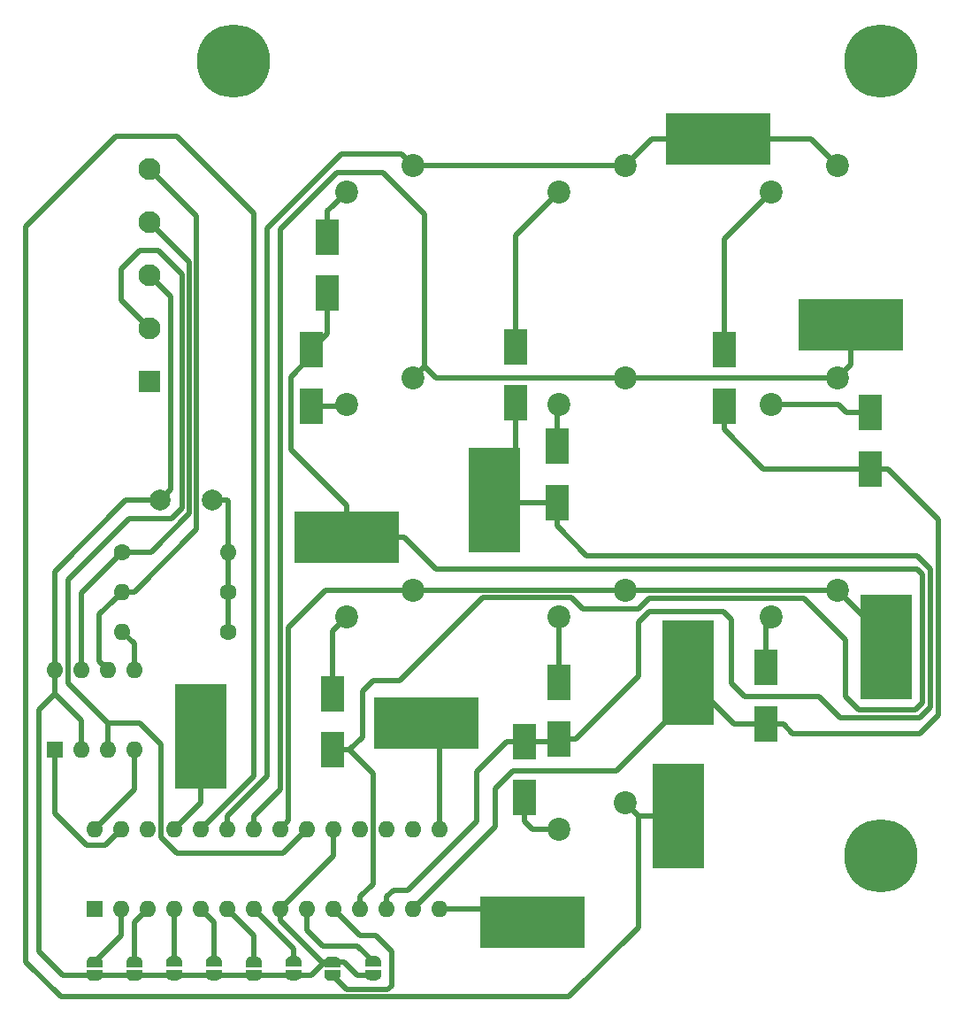
<source format=gbr>
G04 #@! TF.GenerationSoftware,KiCad,Pcbnew,(5.1.5)-3*
G04 #@! TF.CreationDate,2021-12-21T20:53:09+01:00*
G04 #@! TF.ProjectId,NummernstellpultInput,4e756d6d-6572-46e7-9374-656c6c70756c,rev?*
G04 #@! TF.SameCoordinates,Original*
G04 #@! TF.FileFunction,Copper,L2,Bot*
G04 #@! TF.FilePolarity,Positive*
%FSLAX46Y46*%
G04 Gerber Fmt 4.6, Leading zero omitted, Abs format (unit mm)*
G04 Created by KiCad (PCBNEW (5.1.5)-3) date 2021-12-21 20:53:09*
%MOMM*%
%LPD*%
G04 APERTURE LIST*
%ADD10R,2.300000X3.500000*%
%ADD11C,0.100000*%
%ADD12C,2.200000*%
%ADD13O,1.600000X1.600000*%
%ADD14R,1.600000X1.600000*%
%ADD15C,1.600000*%
%ADD16R,5.000000X10.000000*%
%ADD17R,10.000000X5.000000*%
%ADD18C,2.100000*%
%ADD19R,2.100000X2.100000*%
%ADD20C,7.000000*%
%ADD21C,2.000000*%
%ADD22C,0.500000*%
G04 APERTURE END LIST*
D10*
X237000000Y-97900000D03*
X237000000Y-92500000D03*
X247000000Y-73500000D03*
X247000000Y-68100000D03*
X233000000Y-67500000D03*
X233000000Y-62100000D03*
X213868000Y-99568000D03*
X213868000Y-104968000D03*
X217170000Y-99314000D03*
X217170000Y-93914000D03*
X217000000Y-76700000D03*
X217000000Y-71300000D03*
X213000000Y-67200000D03*
X213000000Y-61800000D03*
X195500000Y-100400000D03*
X195500000Y-95000000D03*
X193500000Y-62100000D03*
X193500000Y-67500000D03*
X195000000Y-56700000D03*
X195000000Y-51300000D03*
G04 #@! TA.AperFunction,SMDPad,CuDef*
D11*
G36*
X198640602Y-120620000D02*
G01*
X198640602Y-120595466D01*
X198645412Y-120546635D01*
X198654984Y-120498510D01*
X198669228Y-120451555D01*
X198688005Y-120406222D01*
X198711136Y-120362949D01*
X198738396Y-120322150D01*
X198769524Y-120284221D01*
X198804221Y-120249524D01*
X198842150Y-120218396D01*
X198882949Y-120191136D01*
X198926222Y-120168005D01*
X198971555Y-120149228D01*
X199018510Y-120134984D01*
X199066635Y-120125412D01*
X199115466Y-120120602D01*
X199140000Y-120120602D01*
X199140000Y-120120000D01*
X199640000Y-120120000D01*
X199640000Y-120120602D01*
X199664534Y-120120602D01*
X199713365Y-120125412D01*
X199761490Y-120134984D01*
X199808445Y-120149228D01*
X199853778Y-120168005D01*
X199897051Y-120191136D01*
X199937850Y-120218396D01*
X199975779Y-120249524D01*
X200010476Y-120284221D01*
X200041604Y-120322150D01*
X200068864Y-120362949D01*
X200091995Y-120406222D01*
X200110772Y-120451555D01*
X200125016Y-120498510D01*
X200134588Y-120546635D01*
X200139398Y-120595466D01*
X200139398Y-120620000D01*
X200140000Y-120620000D01*
X200140000Y-121120000D01*
X198640000Y-121120000D01*
X198640000Y-120620000D01*
X198640602Y-120620000D01*
G37*
G04 #@! TD.AperFunction*
G04 #@! TA.AperFunction,SMDPad,CuDef*
G36*
X200140000Y-121420000D02*
G01*
X200140000Y-121920000D01*
X200139398Y-121920000D01*
X200139398Y-121944534D01*
X200134588Y-121993365D01*
X200125016Y-122041490D01*
X200110772Y-122088445D01*
X200091995Y-122133778D01*
X200068864Y-122177051D01*
X200041604Y-122217850D01*
X200010476Y-122255779D01*
X199975779Y-122290476D01*
X199937850Y-122321604D01*
X199897051Y-122348864D01*
X199853778Y-122371995D01*
X199808445Y-122390772D01*
X199761490Y-122405016D01*
X199713365Y-122414588D01*
X199664534Y-122419398D01*
X199640000Y-122419398D01*
X199640000Y-122420000D01*
X199140000Y-122420000D01*
X199140000Y-122419398D01*
X199115466Y-122419398D01*
X199066635Y-122414588D01*
X199018510Y-122405016D01*
X198971555Y-122390772D01*
X198926222Y-122371995D01*
X198882949Y-122348864D01*
X198842150Y-122321604D01*
X198804221Y-122290476D01*
X198769524Y-122255779D01*
X198738396Y-122217850D01*
X198711136Y-122177051D01*
X198688005Y-122133778D01*
X198669228Y-122088445D01*
X198654984Y-122041490D01*
X198645412Y-121993365D01*
X198640602Y-121944534D01*
X198640602Y-121920000D01*
X198640000Y-121920000D01*
X198640000Y-121420000D01*
X200140000Y-121420000D01*
G37*
G04 #@! TD.AperFunction*
G04 #@! TA.AperFunction,SMDPad,CuDef*
G36*
X196249398Y-121950000D02*
G01*
X196249398Y-121974534D01*
X196244588Y-122023365D01*
X196235016Y-122071490D01*
X196220772Y-122118445D01*
X196201995Y-122163778D01*
X196178864Y-122207051D01*
X196151604Y-122247850D01*
X196120476Y-122285779D01*
X196085779Y-122320476D01*
X196047850Y-122351604D01*
X196007051Y-122378864D01*
X195963778Y-122401995D01*
X195918445Y-122420772D01*
X195871490Y-122435016D01*
X195823365Y-122444588D01*
X195774534Y-122449398D01*
X195750000Y-122449398D01*
X195750000Y-122450000D01*
X195250000Y-122450000D01*
X195250000Y-122449398D01*
X195225466Y-122449398D01*
X195176635Y-122444588D01*
X195128510Y-122435016D01*
X195081555Y-122420772D01*
X195036222Y-122401995D01*
X194992949Y-122378864D01*
X194952150Y-122351604D01*
X194914221Y-122320476D01*
X194879524Y-122285779D01*
X194848396Y-122247850D01*
X194821136Y-122207051D01*
X194798005Y-122163778D01*
X194779228Y-122118445D01*
X194764984Y-122071490D01*
X194755412Y-122023365D01*
X194750602Y-121974534D01*
X194750602Y-121950000D01*
X194750000Y-121950000D01*
X194750000Y-121450000D01*
X196250000Y-121450000D01*
X196250000Y-121950000D01*
X196249398Y-121950000D01*
G37*
G04 #@! TD.AperFunction*
G04 #@! TA.AperFunction,SMDPad,CuDef*
G36*
X194750000Y-121150000D02*
G01*
X194750000Y-120650000D01*
X194750602Y-120650000D01*
X194750602Y-120625466D01*
X194755412Y-120576635D01*
X194764984Y-120528510D01*
X194779228Y-120481555D01*
X194798005Y-120436222D01*
X194821136Y-120392949D01*
X194848396Y-120352150D01*
X194879524Y-120314221D01*
X194914221Y-120279524D01*
X194952150Y-120248396D01*
X194992949Y-120221136D01*
X195036222Y-120198005D01*
X195081555Y-120179228D01*
X195128510Y-120164984D01*
X195176635Y-120155412D01*
X195225466Y-120150602D01*
X195250000Y-120150602D01*
X195250000Y-120150000D01*
X195750000Y-120150000D01*
X195750000Y-120150602D01*
X195774534Y-120150602D01*
X195823365Y-120155412D01*
X195871490Y-120164984D01*
X195918445Y-120179228D01*
X195963778Y-120198005D01*
X196007051Y-120221136D01*
X196047850Y-120248396D01*
X196085779Y-120279524D01*
X196120476Y-120314221D01*
X196151604Y-120352150D01*
X196178864Y-120392949D01*
X196201995Y-120436222D01*
X196220772Y-120481555D01*
X196235016Y-120528510D01*
X196244588Y-120576635D01*
X196249398Y-120625466D01*
X196249398Y-120650000D01*
X196250000Y-120650000D01*
X196250000Y-121150000D01*
X194750000Y-121150000D01*
G37*
G04 #@! TD.AperFunction*
G04 #@! TA.AperFunction,SMDPad,CuDef*
G36*
X191020602Y-120620000D02*
G01*
X191020602Y-120595466D01*
X191025412Y-120546635D01*
X191034984Y-120498510D01*
X191049228Y-120451555D01*
X191068005Y-120406222D01*
X191091136Y-120362949D01*
X191118396Y-120322150D01*
X191149524Y-120284221D01*
X191184221Y-120249524D01*
X191222150Y-120218396D01*
X191262949Y-120191136D01*
X191306222Y-120168005D01*
X191351555Y-120149228D01*
X191398510Y-120134984D01*
X191446635Y-120125412D01*
X191495466Y-120120602D01*
X191520000Y-120120602D01*
X191520000Y-120120000D01*
X192020000Y-120120000D01*
X192020000Y-120120602D01*
X192044534Y-120120602D01*
X192093365Y-120125412D01*
X192141490Y-120134984D01*
X192188445Y-120149228D01*
X192233778Y-120168005D01*
X192277051Y-120191136D01*
X192317850Y-120218396D01*
X192355779Y-120249524D01*
X192390476Y-120284221D01*
X192421604Y-120322150D01*
X192448864Y-120362949D01*
X192471995Y-120406222D01*
X192490772Y-120451555D01*
X192505016Y-120498510D01*
X192514588Y-120546635D01*
X192519398Y-120595466D01*
X192519398Y-120620000D01*
X192520000Y-120620000D01*
X192520000Y-121120000D01*
X191020000Y-121120000D01*
X191020000Y-120620000D01*
X191020602Y-120620000D01*
G37*
G04 #@! TD.AperFunction*
G04 #@! TA.AperFunction,SMDPad,CuDef*
G36*
X192520000Y-121420000D02*
G01*
X192520000Y-121920000D01*
X192519398Y-121920000D01*
X192519398Y-121944534D01*
X192514588Y-121993365D01*
X192505016Y-122041490D01*
X192490772Y-122088445D01*
X192471995Y-122133778D01*
X192448864Y-122177051D01*
X192421604Y-122217850D01*
X192390476Y-122255779D01*
X192355779Y-122290476D01*
X192317850Y-122321604D01*
X192277051Y-122348864D01*
X192233778Y-122371995D01*
X192188445Y-122390772D01*
X192141490Y-122405016D01*
X192093365Y-122414588D01*
X192044534Y-122419398D01*
X192020000Y-122419398D01*
X192020000Y-122420000D01*
X191520000Y-122420000D01*
X191520000Y-122419398D01*
X191495466Y-122419398D01*
X191446635Y-122414588D01*
X191398510Y-122405016D01*
X191351555Y-122390772D01*
X191306222Y-122371995D01*
X191262949Y-122348864D01*
X191222150Y-122321604D01*
X191184221Y-122290476D01*
X191149524Y-122255779D01*
X191118396Y-122217850D01*
X191091136Y-122177051D01*
X191068005Y-122133778D01*
X191049228Y-122088445D01*
X191034984Y-122041490D01*
X191025412Y-121993365D01*
X191020602Y-121944534D01*
X191020602Y-121920000D01*
X191020000Y-121920000D01*
X191020000Y-121420000D01*
X192520000Y-121420000D01*
G37*
G04 #@! TD.AperFunction*
G04 #@! TA.AperFunction,SMDPad,CuDef*
G36*
X187210602Y-120650000D02*
G01*
X187210602Y-120625466D01*
X187215412Y-120576635D01*
X187224984Y-120528510D01*
X187239228Y-120481555D01*
X187258005Y-120436222D01*
X187281136Y-120392949D01*
X187308396Y-120352150D01*
X187339524Y-120314221D01*
X187374221Y-120279524D01*
X187412150Y-120248396D01*
X187452949Y-120221136D01*
X187496222Y-120198005D01*
X187541555Y-120179228D01*
X187588510Y-120164984D01*
X187636635Y-120155412D01*
X187685466Y-120150602D01*
X187710000Y-120150602D01*
X187710000Y-120150000D01*
X188210000Y-120150000D01*
X188210000Y-120150602D01*
X188234534Y-120150602D01*
X188283365Y-120155412D01*
X188331490Y-120164984D01*
X188378445Y-120179228D01*
X188423778Y-120198005D01*
X188467051Y-120221136D01*
X188507850Y-120248396D01*
X188545779Y-120279524D01*
X188580476Y-120314221D01*
X188611604Y-120352150D01*
X188638864Y-120392949D01*
X188661995Y-120436222D01*
X188680772Y-120481555D01*
X188695016Y-120528510D01*
X188704588Y-120576635D01*
X188709398Y-120625466D01*
X188709398Y-120650000D01*
X188710000Y-120650000D01*
X188710000Y-121150000D01*
X187210000Y-121150000D01*
X187210000Y-120650000D01*
X187210602Y-120650000D01*
G37*
G04 #@! TD.AperFunction*
G04 #@! TA.AperFunction,SMDPad,CuDef*
G36*
X188710000Y-121450000D02*
G01*
X188710000Y-121950000D01*
X188709398Y-121950000D01*
X188709398Y-121974534D01*
X188704588Y-122023365D01*
X188695016Y-122071490D01*
X188680772Y-122118445D01*
X188661995Y-122163778D01*
X188638864Y-122207051D01*
X188611604Y-122247850D01*
X188580476Y-122285779D01*
X188545779Y-122320476D01*
X188507850Y-122351604D01*
X188467051Y-122378864D01*
X188423778Y-122401995D01*
X188378445Y-122420772D01*
X188331490Y-122435016D01*
X188283365Y-122444588D01*
X188234534Y-122449398D01*
X188210000Y-122449398D01*
X188210000Y-122450000D01*
X187710000Y-122450000D01*
X187710000Y-122449398D01*
X187685466Y-122449398D01*
X187636635Y-122444588D01*
X187588510Y-122435016D01*
X187541555Y-122420772D01*
X187496222Y-122401995D01*
X187452949Y-122378864D01*
X187412150Y-122351604D01*
X187374221Y-122320476D01*
X187339524Y-122285779D01*
X187308396Y-122247850D01*
X187281136Y-122207051D01*
X187258005Y-122163778D01*
X187239228Y-122118445D01*
X187224984Y-122071490D01*
X187215412Y-122023365D01*
X187210602Y-121974534D01*
X187210602Y-121950000D01*
X187210000Y-121950000D01*
X187210000Y-121450000D01*
X188710000Y-121450000D01*
G37*
G04 #@! TD.AperFunction*
G04 #@! TA.AperFunction,SMDPad,CuDef*
G36*
X183400602Y-120620000D02*
G01*
X183400602Y-120595466D01*
X183405412Y-120546635D01*
X183414984Y-120498510D01*
X183429228Y-120451555D01*
X183448005Y-120406222D01*
X183471136Y-120362949D01*
X183498396Y-120322150D01*
X183529524Y-120284221D01*
X183564221Y-120249524D01*
X183602150Y-120218396D01*
X183642949Y-120191136D01*
X183686222Y-120168005D01*
X183731555Y-120149228D01*
X183778510Y-120134984D01*
X183826635Y-120125412D01*
X183875466Y-120120602D01*
X183900000Y-120120602D01*
X183900000Y-120120000D01*
X184400000Y-120120000D01*
X184400000Y-120120602D01*
X184424534Y-120120602D01*
X184473365Y-120125412D01*
X184521490Y-120134984D01*
X184568445Y-120149228D01*
X184613778Y-120168005D01*
X184657051Y-120191136D01*
X184697850Y-120218396D01*
X184735779Y-120249524D01*
X184770476Y-120284221D01*
X184801604Y-120322150D01*
X184828864Y-120362949D01*
X184851995Y-120406222D01*
X184870772Y-120451555D01*
X184885016Y-120498510D01*
X184894588Y-120546635D01*
X184899398Y-120595466D01*
X184899398Y-120620000D01*
X184900000Y-120620000D01*
X184900000Y-121120000D01*
X183400000Y-121120000D01*
X183400000Y-120620000D01*
X183400602Y-120620000D01*
G37*
G04 #@! TD.AperFunction*
G04 #@! TA.AperFunction,SMDPad,CuDef*
G36*
X184900000Y-121420000D02*
G01*
X184900000Y-121920000D01*
X184899398Y-121920000D01*
X184899398Y-121944534D01*
X184894588Y-121993365D01*
X184885016Y-122041490D01*
X184870772Y-122088445D01*
X184851995Y-122133778D01*
X184828864Y-122177051D01*
X184801604Y-122217850D01*
X184770476Y-122255779D01*
X184735779Y-122290476D01*
X184697850Y-122321604D01*
X184657051Y-122348864D01*
X184613778Y-122371995D01*
X184568445Y-122390772D01*
X184521490Y-122405016D01*
X184473365Y-122414588D01*
X184424534Y-122419398D01*
X184400000Y-122419398D01*
X184400000Y-122420000D01*
X183900000Y-122420000D01*
X183900000Y-122419398D01*
X183875466Y-122419398D01*
X183826635Y-122414588D01*
X183778510Y-122405016D01*
X183731555Y-122390772D01*
X183686222Y-122371995D01*
X183642949Y-122348864D01*
X183602150Y-122321604D01*
X183564221Y-122290476D01*
X183529524Y-122255779D01*
X183498396Y-122217850D01*
X183471136Y-122177051D01*
X183448005Y-122133778D01*
X183429228Y-122088445D01*
X183414984Y-122041490D01*
X183405412Y-121993365D01*
X183400602Y-121944534D01*
X183400602Y-121920000D01*
X183400000Y-121920000D01*
X183400000Y-121420000D01*
X184900000Y-121420000D01*
G37*
G04 #@! TD.AperFunction*
G04 #@! TA.AperFunction,SMDPad,CuDef*
G36*
X179590602Y-120620000D02*
G01*
X179590602Y-120595466D01*
X179595412Y-120546635D01*
X179604984Y-120498510D01*
X179619228Y-120451555D01*
X179638005Y-120406222D01*
X179661136Y-120362949D01*
X179688396Y-120322150D01*
X179719524Y-120284221D01*
X179754221Y-120249524D01*
X179792150Y-120218396D01*
X179832949Y-120191136D01*
X179876222Y-120168005D01*
X179921555Y-120149228D01*
X179968510Y-120134984D01*
X180016635Y-120125412D01*
X180065466Y-120120602D01*
X180090000Y-120120602D01*
X180090000Y-120120000D01*
X180590000Y-120120000D01*
X180590000Y-120120602D01*
X180614534Y-120120602D01*
X180663365Y-120125412D01*
X180711490Y-120134984D01*
X180758445Y-120149228D01*
X180803778Y-120168005D01*
X180847051Y-120191136D01*
X180887850Y-120218396D01*
X180925779Y-120249524D01*
X180960476Y-120284221D01*
X180991604Y-120322150D01*
X181018864Y-120362949D01*
X181041995Y-120406222D01*
X181060772Y-120451555D01*
X181075016Y-120498510D01*
X181084588Y-120546635D01*
X181089398Y-120595466D01*
X181089398Y-120620000D01*
X181090000Y-120620000D01*
X181090000Y-121120000D01*
X179590000Y-121120000D01*
X179590000Y-120620000D01*
X179590602Y-120620000D01*
G37*
G04 #@! TD.AperFunction*
G04 #@! TA.AperFunction,SMDPad,CuDef*
G36*
X181090000Y-121420000D02*
G01*
X181090000Y-121920000D01*
X181089398Y-121920000D01*
X181089398Y-121944534D01*
X181084588Y-121993365D01*
X181075016Y-122041490D01*
X181060772Y-122088445D01*
X181041995Y-122133778D01*
X181018864Y-122177051D01*
X180991604Y-122217850D01*
X180960476Y-122255779D01*
X180925779Y-122290476D01*
X180887850Y-122321604D01*
X180847051Y-122348864D01*
X180803778Y-122371995D01*
X180758445Y-122390772D01*
X180711490Y-122405016D01*
X180663365Y-122414588D01*
X180614534Y-122419398D01*
X180590000Y-122419398D01*
X180590000Y-122420000D01*
X180090000Y-122420000D01*
X180090000Y-122419398D01*
X180065466Y-122419398D01*
X180016635Y-122414588D01*
X179968510Y-122405016D01*
X179921555Y-122390772D01*
X179876222Y-122371995D01*
X179832949Y-122348864D01*
X179792150Y-122321604D01*
X179754221Y-122290476D01*
X179719524Y-122255779D01*
X179688396Y-122217850D01*
X179661136Y-122177051D01*
X179638005Y-122133778D01*
X179619228Y-122088445D01*
X179604984Y-122041490D01*
X179595412Y-121993365D01*
X179590602Y-121944534D01*
X179590602Y-121920000D01*
X179590000Y-121920000D01*
X179590000Y-121420000D01*
X181090000Y-121420000D01*
G37*
G04 #@! TD.AperFunction*
G04 #@! TA.AperFunction,SMDPad,CuDef*
G36*
X175780602Y-120650000D02*
G01*
X175780602Y-120625466D01*
X175785412Y-120576635D01*
X175794984Y-120528510D01*
X175809228Y-120481555D01*
X175828005Y-120436222D01*
X175851136Y-120392949D01*
X175878396Y-120352150D01*
X175909524Y-120314221D01*
X175944221Y-120279524D01*
X175982150Y-120248396D01*
X176022949Y-120221136D01*
X176066222Y-120198005D01*
X176111555Y-120179228D01*
X176158510Y-120164984D01*
X176206635Y-120155412D01*
X176255466Y-120150602D01*
X176280000Y-120150602D01*
X176280000Y-120150000D01*
X176780000Y-120150000D01*
X176780000Y-120150602D01*
X176804534Y-120150602D01*
X176853365Y-120155412D01*
X176901490Y-120164984D01*
X176948445Y-120179228D01*
X176993778Y-120198005D01*
X177037051Y-120221136D01*
X177077850Y-120248396D01*
X177115779Y-120279524D01*
X177150476Y-120314221D01*
X177181604Y-120352150D01*
X177208864Y-120392949D01*
X177231995Y-120436222D01*
X177250772Y-120481555D01*
X177265016Y-120528510D01*
X177274588Y-120576635D01*
X177279398Y-120625466D01*
X177279398Y-120650000D01*
X177280000Y-120650000D01*
X177280000Y-121150000D01*
X175780000Y-121150000D01*
X175780000Y-120650000D01*
X175780602Y-120650000D01*
G37*
G04 #@! TD.AperFunction*
G04 #@! TA.AperFunction,SMDPad,CuDef*
G36*
X177280000Y-121450000D02*
G01*
X177280000Y-121950000D01*
X177279398Y-121950000D01*
X177279398Y-121974534D01*
X177274588Y-122023365D01*
X177265016Y-122071490D01*
X177250772Y-122118445D01*
X177231995Y-122163778D01*
X177208864Y-122207051D01*
X177181604Y-122247850D01*
X177150476Y-122285779D01*
X177115779Y-122320476D01*
X177077850Y-122351604D01*
X177037051Y-122378864D01*
X176993778Y-122401995D01*
X176948445Y-122420772D01*
X176901490Y-122435016D01*
X176853365Y-122444588D01*
X176804534Y-122449398D01*
X176780000Y-122449398D01*
X176780000Y-122450000D01*
X176280000Y-122450000D01*
X176280000Y-122449398D01*
X176255466Y-122449398D01*
X176206635Y-122444588D01*
X176158510Y-122435016D01*
X176111555Y-122420772D01*
X176066222Y-122401995D01*
X176022949Y-122378864D01*
X175982150Y-122351604D01*
X175944221Y-122320476D01*
X175909524Y-122285779D01*
X175878396Y-122247850D01*
X175851136Y-122207051D01*
X175828005Y-122163778D01*
X175809228Y-122118445D01*
X175794984Y-122071490D01*
X175785412Y-122023365D01*
X175780602Y-121974534D01*
X175780602Y-121950000D01*
X175780000Y-121950000D01*
X175780000Y-121450000D01*
X177280000Y-121450000D01*
G37*
G04 #@! TD.AperFunction*
G04 #@! TA.AperFunction,SMDPad,CuDef*
G36*
X171970602Y-120650000D02*
G01*
X171970602Y-120625466D01*
X171975412Y-120576635D01*
X171984984Y-120528510D01*
X171999228Y-120481555D01*
X172018005Y-120436222D01*
X172041136Y-120392949D01*
X172068396Y-120352150D01*
X172099524Y-120314221D01*
X172134221Y-120279524D01*
X172172150Y-120248396D01*
X172212949Y-120221136D01*
X172256222Y-120198005D01*
X172301555Y-120179228D01*
X172348510Y-120164984D01*
X172396635Y-120155412D01*
X172445466Y-120150602D01*
X172470000Y-120150602D01*
X172470000Y-120150000D01*
X172970000Y-120150000D01*
X172970000Y-120150602D01*
X172994534Y-120150602D01*
X173043365Y-120155412D01*
X173091490Y-120164984D01*
X173138445Y-120179228D01*
X173183778Y-120198005D01*
X173227051Y-120221136D01*
X173267850Y-120248396D01*
X173305779Y-120279524D01*
X173340476Y-120314221D01*
X173371604Y-120352150D01*
X173398864Y-120392949D01*
X173421995Y-120436222D01*
X173440772Y-120481555D01*
X173455016Y-120528510D01*
X173464588Y-120576635D01*
X173469398Y-120625466D01*
X173469398Y-120650000D01*
X173470000Y-120650000D01*
X173470000Y-121150000D01*
X171970000Y-121150000D01*
X171970000Y-120650000D01*
X171970602Y-120650000D01*
G37*
G04 #@! TD.AperFunction*
G04 #@! TA.AperFunction,SMDPad,CuDef*
G36*
X173470000Y-121450000D02*
G01*
X173470000Y-121950000D01*
X173469398Y-121950000D01*
X173469398Y-121974534D01*
X173464588Y-122023365D01*
X173455016Y-122071490D01*
X173440772Y-122118445D01*
X173421995Y-122163778D01*
X173398864Y-122207051D01*
X173371604Y-122247850D01*
X173340476Y-122285779D01*
X173305779Y-122320476D01*
X173267850Y-122351604D01*
X173227051Y-122378864D01*
X173183778Y-122401995D01*
X173138445Y-122420772D01*
X173091490Y-122435016D01*
X173043365Y-122444588D01*
X172994534Y-122449398D01*
X172970000Y-122449398D01*
X172970000Y-122450000D01*
X172470000Y-122450000D01*
X172470000Y-122449398D01*
X172445466Y-122449398D01*
X172396635Y-122444588D01*
X172348510Y-122435016D01*
X172301555Y-122420772D01*
X172256222Y-122401995D01*
X172212949Y-122378864D01*
X172172150Y-122351604D01*
X172134221Y-122320476D01*
X172099524Y-122285779D01*
X172068396Y-122247850D01*
X172041136Y-122207051D01*
X172018005Y-122163778D01*
X171999228Y-122118445D01*
X171984984Y-122071490D01*
X171975412Y-122023365D01*
X171970602Y-121974534D01*
X171970602Y-121950000D01*
X171970000Y-121950000D01*
X171970000Y-121450000D01*
X173470000Y-121450000D01*
G37*
G04 #@! TD.AperFunction*
D12*
X237490000Y-87630000D03*
X243840000Y-85090000D03*
X217170000Y-87630000D03*
X223520000Y-85090000D03*
X196850000Y-87630000D03*
X203200000Y-85090000D03*
X237490000Y-67310000D03*
X243840000Y-64770000D03*
X217170000Y-67310000D03*
X223520000Y-64770000D03*
X196850000Y-67310000D03*
X203200000Y-64770000D03*
X237490000Y-46990000D03*
X243840000Y-44450000D03*
X217170000Y-46990000D03*
X223520000Y-44450000D03*
X196850000Y-46990000D03*
X203200000Y-44450000D03*
X217170000Y-107950000D03*
X223520000Y-105410000D03*
D13*
X172720000Y-107950000D03*
X205740000Y-115570000D03*
X175260000Y-107950000D03*
X203200000Y-115570000D03*
X177800000Y-107950000D03*
X200660000Y-115570000D03*
X180340000Y-107950000D03*
X198120000Y-115570000D03*
X182880000Y-107950000D03*
X195580000Y-115570000D03*
X185420000Y-107950000D03*
X193040000Y-115570000D03*
X187960000Y-107950000D03*
X190500000Y-115570000D03*
X190500000Y-107950000D03*
X187960000Y-115570000D03*
X193040000Y-107950000D03*
X185420000Y-115570000D03*
X195580000Y-107950000D03*
X182880000Y-115570000D03*
X198120000Y-107950000D03*
X180340000Y-115570000D03*
X200660000Y-107950000D03*
X177800000Y-115570000D03*
X203200000Y-107950000D03*
X175260000Y-115570000D03*
X205740000Y-107950000D03*
D14*
X172720000Y-115570000D03*
D13*
X168910000Y-92710000D03*
X176530000Y-100330000D03*
X171450000Y-92710000D03*
X173990000Y-100330000D03*
X173990000Y-92710000D03*
X171450000Y-100330000D03*
X176530000Y-92710000D03*
D14*
X168910000Y-100330000D03*
D13*
X175370000Y-89070000D03*
D15*
X185530000Y-89070000D03*
D13*
X185530000Y-81450000D03*
D15*
X175370000Y-81450000D03*
D13*
X175370000Y-85260000D03*
D15*
X185530000Y-85260000D03*
D16*
X182880000Y-99060000D03*
X228600000Y-106680000D03*
X248500000Y-90500000D03*
D17*
X245110000Y-59690000D03*
X232410000Y-41910000D03*
D18*
X178000000Y-44840000D03*
X178000000Y-49920000D03*
X178000000Y-55000000D03*
X178000000Y-60080000D03*
D19*
X178000000Y-65160000D03*
D20*
X186000000Y-34500000D03*
X248000000Y-34500000D03*
X248000000Y-110490000D03*
D17*
X204470000Y-97790000D03*
X214630000Y-116840000D03*
D16*
X229500000Y-93000000D03*
X211000000Y-76500000D03*
D17*
X196850000Y-80010000D03*
D21*
X184000000Y-76500000D03*
X179000000Y-76500000D03*
D22*
X185530000Y-89070000D02*
X185530000Y-81450000D01*
X185530000Y-80318630D02*
X185530000Y-81450000D01*
X185530000Y-76615787D02*
X185530000Y-80318630D01*
X185414213Y-76500000D02*
X185530000Y-76615787D01*
X184000000Y-76500000D02*
X185414213Y-76500000D01*
X199360000Y-121950000D02*
X199390000Y-121920000D01*
X172720000Y-121950000D02*
X193450000Y-121950000D01*
X179999999Y-75500001D02*
X179000000Y-76500000D01*
X179999999Y-56999999D02*
X179999999Y-75500001D01*
X178000000Y-55000000D02*
X179999999Y-56999999D01*
X195580000Y-110490000D02*
X195580000Y-107950000D01*
X190500000Y-115570000D02*
X195580000Y-110490000D01*
X194750000Y-120650000D02*
X195500000Y-120650000D01*
X193450000Y-121950000D02*
X194750000Y-120650000D01*
X195500000Y-120650000D02*
X196596000Y-120650000D01*
X197866000Y-121920000D02*
X199390000Y-121920000D01*
X196596000Y-120650000D02*
X197866000Y-121920000D01*
X195500000Y-120650000D02*
X194448630Y-120650000D01*
X190500000Y-116701370D02*
X190500000Y-115570000D01*
X194448630Y-120650000D02*
X190500000Y-116701370D01*
X168910000Y-92710000D02*
X168910000Y-94996000D01*
X171450000Y-97536000D02*
X171450000Y-100330000D01*
X168910000Y-94996000D02*
X171450000Y-97536000D01*
X169702000Y-121950000D02*
X172720000Y-121950000D01*
X167386000Y-119634000D02*
X169702000Y-121950000D01*
X168910000Y-94996000D02*
X167386000Y-96520000D01*
X167386000Y-96520000D02*
X167386000Y-119634000D01*
X168910000Y-83312000D02*
X168910000Y-85175787D01*
X168910000Y-85175787D02*
X168910000Y-92710000D01*
X179000000Y-76500000D02*
X175722000Y-76500000D01*
X175722000Y-76500000D02*
X168910000Y-83312000D01*
X175260000Y-118110000D02*
X175260000Y-115570000D01*
X172720000Y-120650000D02*
X175260000Y-118110000D01*
X176530000Y-116840000D02*
X177800000Y-115570000D01*
X176530000Y-120650000D02*
X176530000Y-116840000D01*
X180340000Y-120620000D02*
X180340000Y-115570000D01*
X184150000Y-116840000D02*
X182880000Y-115570000D01*
X184150000Y-120620000D02*
X184150000Y-116840000D01*
X187960000Y-118110000D02*
X185420000Y-115570000D01*
X187960000Y-120650000D02*
X187960000Y-118110000D01*
X191770000Y-119380000D02*
X187960000Y-115570000D01*
X191770000Y-120620000D02*
X191770000Y-119380000D01*
X198120000Y-118110000D02*
X195580000Y-115570000D01*
X199644000Y-118110000D02*
X198120000Y-118110000D01*
X196874980Y-123324980D02*
X200779020Y-123324980D01*
X195500000Y-121950000D02*
X196874980Y-123324980D01*
X200779020Y-123324980D02*
X201168000Y-122936000D01*
X201168000Y-122936000D02*
X201168000Y-119634000D01*
X201168000Y-119634000D02*
X199644000Y-118110000D01*
X193040000Y-117602000D02*
X193040000Y-115570000D01*
X194564000Y-119126000D02*
X193040000Y-117602000D01*
X199390000Y-120620000D02*
X197896000Y-119126000D01*
X197896000Y-119126000D02*
X194564000Y-119126000D01*
X195000000Y-60600000D02*
X193500000Y-62100000D01*
X195000000Y-56700000D02*
X195000000Y-60600000D01*
X199370001Y-102620001D02*
X197150000Y-100400000D01*
X199370001Y-113188629D02*
X199370001Y-102620001D01*
X198120000Y-114438630D02*
X199370001Y-113188629D01*
X197150000Y-100400000D02*
X195500000Y-100400000D01*
X198120000Y-115570000D02*
X198120000Y-114438630D01*
X193500000Y-62700000D02*
X191516000Y-64684000D01*
X193500000Y-62100000D02*
X193500000Y-62700000D01*
X196850000Y-77010000D02*
X196850000Y-80010000D01*
X191516000Y-71676000D02*
X196850000Y-77010000D01*
X191516000Y-64684000D02*
X191516000Y-71676000D01*
X198374000Y-99176000D02*
X197150000Y-100400000D01*
X199390000Y-93726000D02*
X198374000Y-94742000D01*
X201930000Y-93726000D02*
X199390000Y-93726000D01*
X209865990Y-85790010D02*
X201930000Y-93726000D01*
X219456000Y-86868000D02*
X218378010Y-85790010D01*
X224790000Y-86868000D02*
X219456000Y-86868000D01*
X225806000Y-85852000D02*
X224790000Y-86868000D01*
X205398000Y-83058000D02*
X251460000Y-83058000D01*
X218378010Y-85790010D02*
X209865990Y-85790010D01*
X196850000Y-80010000D02*
X202350000Y-80010000D01*
X251303943Y-96520000D02*
X245872000Y-96520000D01*
X202350000Y-80010000D02*
X205398000Y-83058000D01*
X198374000Y-94742000D02*
X198374000Y-99176000D01*
X251968000Y-95855943D02*
X251303943Y-96520000D01*
X251460000Y-83058000D02*
X251968000Y-83566000D01*
X245872000Y-96520000D02*
X244602000Y-95250000D01*
X251968000Y-83566000D02*
X251968000Y-95855943D01*
X244602000Y-95250000D02*
X244602000Y-89845998D01*
X244602000Y-89845998D02*
X240608002Y-85852000D01*
X240608002Y-85852000D02*
X225806000Y-85852000D01*
X213000000Y-74500000D02*
X211000000Y-76500000D01*
X213000000Y-67200000D02*
X213000000Y-74500000D01*
X211200000Y-76700000D02*
X211000000Y-76500000D01*
X217000000Y-76700000D02*
X211200000Y-76700000D01*
X200660000Y-114438630D02*
X201306630Y-113792000D01*
X200660000Y-115570000D02*
X200660000Y-114438630D01*
X201306630Y-113792000D02*
X202692000Y-113792000D01*
X202692000Y-113792000D02*
X209296000Y-107188000D01*
X212218000Y-99568000D02*
X213868000Y-99568000D01*
X209296000Y-102490000D02*
X212218000Y-99568000D01*
X209296000Y-107188000D02*
X209296000Y-102490000D01*
X216916000Y-99568000D02*
X217170000Y-99314000D01*
X213868000Y-99568000D02*
X216916000Y-99568000D01*
X217000000Y-78950000D02*
X217000000Y-76700000D01*
X219838000Y-81788000D02*
X217000000Y-78950000D01*
X251460000Y-81788000D02*
X219838000Y-81788000D01*
X252730000Y-83058000D02*
X251460000Y-81788000D01*
X251714000Y-97282000D02*
X252730000Y-96266000D01*
X224790000Y-93344000D02*
X224790000Y-88138000D01*
X252730000Y-96266000D02*
X252730000Y-83058000D01*
X224790000Y-88138000D02*
X225806000Y-87122000D01*
X217170000Y-99314000D02*
X218820000Y-99314000D01*
X225806000Y-87122000D02*
X232918000Y-87122000D01*
X244094000Y-97282000D02*
X251714000Y-97282000D01*
X232918000Y-87122000D02*
X233680000Y-87884000D01*
X233680000Y-87884000D02*
X233680000Y-93980000D01*
X233680000Y-93980000D02*
X234950000Y-95250000D01*
X218820000Y-99314000D02*
X224790000Y-93344000D01*
X234950000Y-95250000D02*
X242062000Y-95250000D01*
X242062000Y-95250000D02*
X244094000Y-97282000D01*
X229500000Y-93500000D02*
X229500000Y-93000000D01*
X237000000Y-97900000D02*
X233900000Y-97900000D01*
X233900000Y-97900000D02*
X229500000Y-93500000D01*
X233000000Y-69750000D02*
X233000000Y-67500000D01*
X236750000Y-73500000D02*
X233000000Y-69750000D01*
X247000000Y-73500000D02*
X236750000Y-73500000D01*
X203200000Y-115570000D02*
X211074000Y-107696000D01*
X211074000Y-107696000D02*
X211074000Y-104051998D01*
X229500000Y-95500000D02*
X229500000Y-93000000D01*
X222638000Y-102362000D02*
X229500000Y-95500000D01*
X211074000Y-104051998D02*
X212763998Y-102362000D01*
X212763998Y-102362000D02*
X222638000Y-102362000D01*
X248650000Y-73500000D02*
X247000000Y-73500000D01*
X253524990Y-78374990D02*
X248650000Y-73500000D01*
X253524990Y-82797047D02*
X253524990Y-78374990D01*
X253492000Y-82830037D02*
X253524990Y-82797047D01*
X238650000Y-97900000D02*
X239556000Y-98806000D01*
X239556000Y-98806000D02*
X251714000Y-98806000D01*
X251714000Y-98806000D02*
X253492000Y-97028000D01*
X237000000Y-97900000D02*
X238650000Y-97900000D01*
X253492000Y-97028000D02*
X253492000Y-82830037D01*
X213360000Y-115570000D02*
X214630000Y-116840000D01*
X205740000Y-115570000D02*
X213360000Y-115570000D01*
X205740000Y-99060000D02*
X204470000Y-97790000D01*
X205740000Y-107950000D02*
X205740000Y-99060000D01*
X174570001Y-86059999D02*
X175370000Y-85260000D01*
X173190001Y-87439999D02*
X174570001Y-86059999D01*
X173190001Y-91910001D02*
X173190001Y-87439999D01*
X173990000Y-92710000D02*
X173190001Y-91910001D01*
X179049999Y-45889999D02*
X178000000Y-44840000D01*
X182502020Y-49342020D02*
X179049999Y-45889999D01*
X176501370Y-85260000D02*
X182502020Y-79259350D01*
X182502020Y-79259350D02*
X182502020Y-49342020D01*
X175370000Y-85260000D02*
X176501370Y-85260000D01*
X171450000Y-85370000D02*
X175370000Y-81450000D01*
X171450000Y-92710000D02*
X171450000Y-85370000D01*
X175370000Y-81450000D02*
X178138000Y-81450000D01*
X178138000Y-81450000D02*
X181802010Y-77785990D01*
X181802010Y-53722010D02*
X178000000Y-49920000D01*
X181802010Y-77785990D02*
X181802010Y-53722010D01*
X173990000Y-97790000D02*
X173990000Y-100330000D01*
X178816000Y-52578000D02*
X181102000Y-54864000D01*
X178000000Y-60080000D02*
X175260000Y-57340000D01*
X177038000Y-52578000D02*
X178816000Y-52578000D01*
X180086000Y-78232000D02*
X176022000Y-78232000D01*
X175260000Y-54356000D02*
X177038000Y-52578000D01*
X175260000Y-57340000D02*
X175260000Y-54356000D01*
X181102000Y-54864000D02*
X181102000Y-77216000D01*
X170180000Y-93980000D02*
X173990000Y-97790000D01*
X181102000Y-77216000D02*
X180086000Y-78232000D01*
X176022000Y-78232000D02*
X170180000Y-84074000D01*
X170180000Y-84074000D02*
X170180000Y-93980000D01*
X193040000Y-107950000D02*
X190754000Y-110236000D01*
X190754000Y-110236000D02*
X180594000Y-110236000D01*
X179089999Y-108731999D02*
X179089999Y-99841999D01*
X180594000Y-110236000D02*
X179089999Y-108731999D01*
X177038000Y-97790000D02*
X173990000Y-97790000D01*
X179089999Y-99841999D02*
X177038000Y-97790000D01*
X243840000Y-44450000D02*
X241300000Y-41910000D01*
X226060000Y-41910000D02*
X223520000Y-44450000D01*
X241300000Y-41910000D02*
X232410000Y-41910000D01*
X189230000Y-50457771D02*
X196337770Y-43350001D01*
X189230000Y-102870000D02*
X189230000Y-50457771D01*
X185420000Y-107950000D02*
X185420000Y-106680000D01*
X203200000Y-44450000D02*
X223520000Y-44450000D01*
X202100001Y-43350001D02*
X203200000Y-44450000D01*
X196337770Y-43350001D02*
X202100001Y-43350001D01*
X232410000Y-41910000D02*
X226060000Y-41910000D01*
X185420000Y-106680000D02*
X189230000Y-102870000D01*
X245110000Y-63500000D02*
X243840000Y-64770000D01*
X245110000Y-59690000D02*
X245110000Y-63500000D01*
X243840000Y-64770000D02*
X223520000Y-64770000D01*
X187960000Y-106680000D02*
X190500000Y-104140000D01*
X200340001Y-45139999D02*
X195961999Y-45139999D01*
X190500000Y-50601998D02*
X190500000Y-102870000D01*
X204299999Y-49099997D02*
X200340001Y-45139999D01*
X195961999Y-45139999D02*
X190500000Y-50601998D01*
X190500000Y-102870000D02*
X190500000Y-104140000D01*
X203200000Y-64770000D02*
X204299999Y-63670001D01*
X187960000Y-107950000D02*
X187960000Y-106680000D01*
X204299999Y-63670001D02*
X204299999Y-49099997D01*
X205399998Y-64770000D02*
X204299999Y-63670001D01*
X223520000Y-64770000D02*
X205399998Y-64770000D01*
X243840000Y-85090000D02*
X223520000Y-85090000D01*
X248500000Y-89750000D02*
X248500000Y-90500000D01*
X243840000Y-85090000D02*
X248500000Y-89750000D01*
X190500000Y-107950000D02*
X191299999Y-107150001D01*
X221964366Y-85090000D02*
X203200000Y-85090000D01*
X223520000Y-85090000D02*
X221964366Y-85090000D01*
X191262000Y-88646000D02*
X191262000Y-101092000D01*
X194818000Y-85090000D02*
X191262000Y-88646000D01*
X203200000Y-85090000D02*
X194818000Y-85090000D01*
X191299999Y-107150001D02*
X191262000Y-101092000D01*
X191262000Y-101092000D02*
X191299999Y-100889999D01*
X224790000Y-106680000D02*
X223520000Y-105410000D01*
X228600000Y-106680000D02*
X224790000Y-106680000D01*
X224790000Y-117348000D02*
X224790000Y-106680000D01*
X166116000Y-120650000D02*
X169490990Y-124024990D01*
X166116000Y-50292000D02*
X166116000Y-120650000D01*
X169490990Y-124024990D02*
X218113010Y-124024990D01*
X187960000Y-102870000D02*
X187960000Y-49022000D01*
X218113010Y-124024990D02*
X224790000Y-117348000D01*
X182880000Y-107950000D02*
X187960000Y-102870000D01*
X180594000Y-41656000D02*
X174752000Y-41656000D01*
X187960000Y-49022000D02*
X180594000Y-41656000D01*
X174752000Y-41656000D02*
X166116000Y-50292000D01*
X182880000Y-105410000D02*
X180340000Y-107950000D01*
X182880000Y-99060000D02*
X182880000Y-105410000D01*
X176530000Y-90230000D02*
X175370000Y-89070000D01*
X176530000Y-92710000D02*
X176530000Y-90230000D01*
X176530000Y-104140000D02*
X176530000Y-100330000D01*
X172720000Y-107950000D02*
X176530000Y-104140000D01*
X168910000Y-101630000D02*
X168910000Y-100330000D01*
X168910000Y-106434002D02*
X168910000Y-101630000D01*
X173709999Y-109500001D02*
X171975999Y-109500001D01*
X171975999Y-109500001D02*
X168910000Y-106434002D01*
X175260000Y-107950000D02*
X173709999Y-109500001D01*
X195500000Y-48340000D02*
X196850000Y-46990000D01*
X195000000Y-51300000D02*
X195000000Y-48840000D01*
X195000000Y-48840000D02*
X195500000Y-48340000D01*
X196660000Y-67500000D02*
X196850000Y-67310000D01*
X193500000Y-67500000D02*
X196660000Y-67500000D01*
X195500000Y-88980000D02*
X195500000Y-95000000D01*
X196850000Y-87630000D02*
X195500000Y-88980000D01*
X213000000Y-51160000D02*
X217170000Y-46990000D01*
X213000000Y-61800000D02*
X213000000Y-51160000D01*
X217000000Y-67480000D02*
X217170000Y-67310000D01*
X217000000Y-71300000D02*
X217000000Y-67480000D01*
X217170000Y-93830000D02*
X217000000Y-94000000D01*
X217170000Y-87630000D02*
X217170000Y-93830000D01*
X215614366Y-107950000D02*
X217170000Y-107950000D01*
X214600000Y-107950000D02*
X215614366Y-107950000D01*
X213868000Y-107218000D02*
X214600000Y-107950000D01*
X213868000Y-104968000D02*
X213868000Y-107218000D01*
X233000000Y-51480000D02*
X237490000Y-46990000D01*
X233000000Y-62100000D02*
X233000000Y-51480000D01*
X243940000Y-67310000D02*
X237490000Y-67310000D01*
X247000000Y-68100000D02*
X244730000Y-68100000D01*
X244730000Y-68100000D02*
X243940000Y-67310000D01*
X237000000Y-88120000D02*
X237490000Y-87630000D01*
X237000000Y-92500000D02*
X237000000Y-88120000D01*
M02*

</source>
